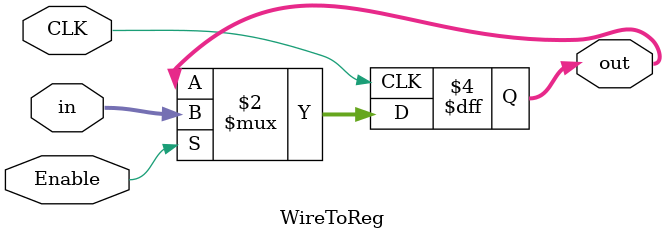
<source format=v>
`timescale 1ns / 1ps
module WireToReg(
	 input CLK,
	 input Enable,
	 input [31:0] in,
	 output reg[31:0] out
    );

	initial
	 begin
		out = 0;
	 end

	always@(posedge CLK)
	 begin
		out = Enable ? in : out;
	 end

endmodule
</source>
